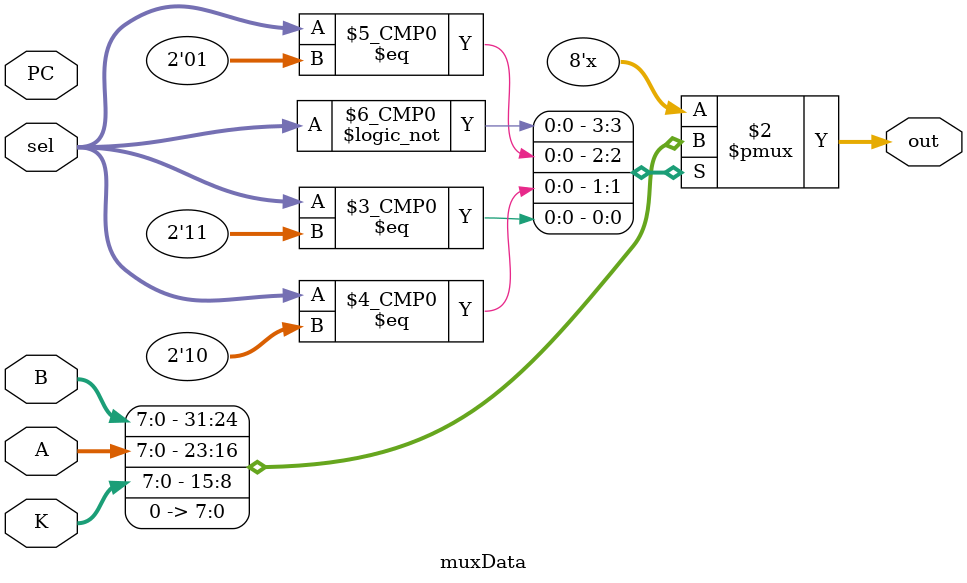
<source format=v>
module muxData (
  input  [7:0] A,
  input  [7:0] B,
  input  [7:0] K,
  input  [7:0] PC,     
  input  [1:0] sel,
  output reg [7:0] out
);

  always @(*) begin
    case (sel)
      2'b00: out = B;        // B
      2'b01: out = A;        // A
      2'b10: out = K;        // K
      2'b11: out = 8'h00;    // 0
    endcase
  end
endmodule

</source>
